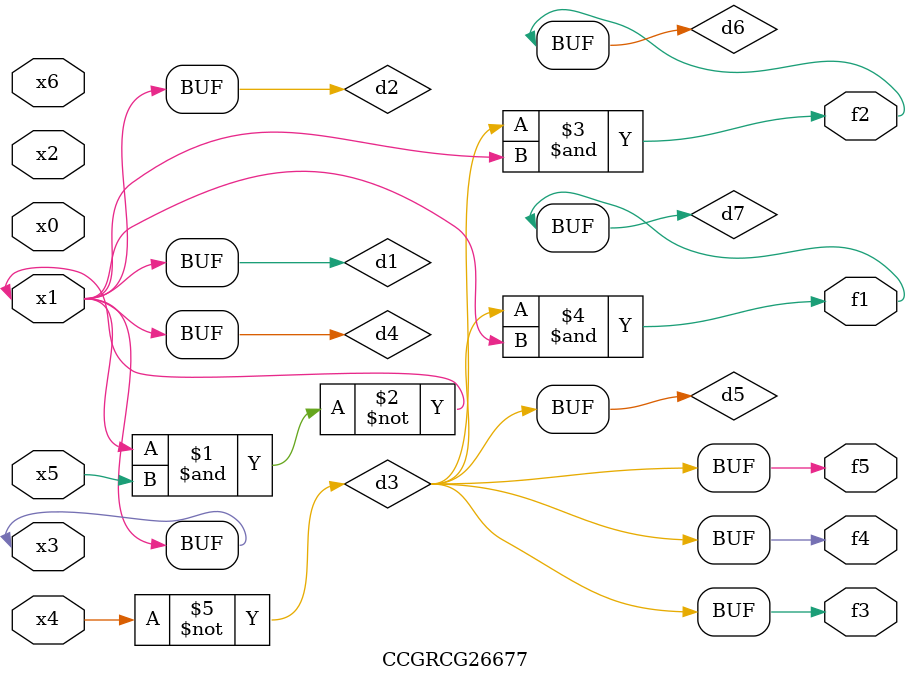
<source format=v>
module CCGRCG26677(
	input x0, x1, x2, x3, x4, x5, x6,
	output f1, f2, f3, f4, f5
);

	wire d1, d2, d3, d4, d5, d6, d7;

	buf (d1, x1, x3);
	nand (d2, x1, x5);
	not (d3, x4);
	buf (d4, d1, d2);
	buf (d5, d3);
	and (d6, d3, d4);
	and (d7, d3, d4);
	assign f1 = d7;
	assign f2 = d6;
	assign f3 = d5;
	assign f4 = d5;
	assign f5 = d5;
endmodule

</source>
